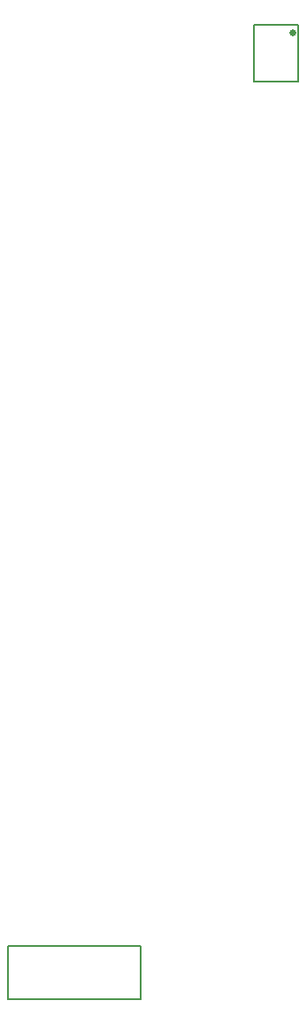
<source format=gbo>
G75*
%MOIN*%
%OFA0B0*%
%FSLAX25Y25*%
%IPPOS*%
%LPD*%
%AMOC8*
5,1,8,0,0,1.08239X$1,22.5*
%
%ADD10C,0.00500*%
%ADD11C,0.00800*%
%ADD12C,0.02559*%
D10*
X0711682Y0119174D02*
X0711682Y0139174D01*
X0761682Y0139174D01*
X0761682Y0119174D01*
X0711682Y0119174D01*
D11*
X0804217Y0464044D02*
X0804217Y0485304D01*
X0821146Y0485304D01*
X0821146Y0464044D01*
X0804217Y0464044D01*
D12*
X0819079Y0482351D03*
M02*

</source>
